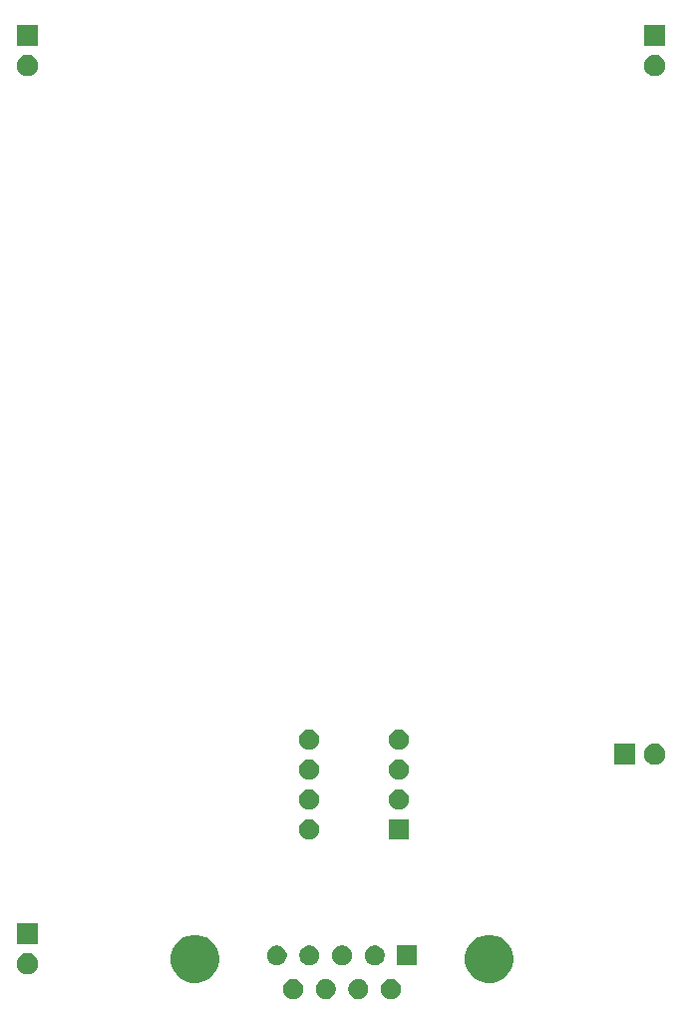
<source format=gbr>
G04 #@! TF.GenerationSoftware,KiCad,Pcbnew,5.1.5-52549c5~84~ubuntu18.04.1*
G04 #@! TF.CreationDate,2020-02-21T19:51:26+01:00*
G04 #@! TF.ProjectId,test,74657374-2e6b-4696-9361-645f70636258,rev?*
G04 #@! TF.SameCoordinates,Original*
G04 #@! TF.FileFunction,Soldermask,Bot*
G04 #@! TF.FilePolarity,Negative*
%FSLAX46Y46*%
G04 Gerber Fmt 4.6, Leading zero omitted, Abs format (unit mm)*
G04 Created by KiCad (PCBNEW 5.1.5-52549c5~84~ubuntu18.04.1) date 2020-02-21 19:51:26*
%MOMM*%
%LPD*%
G04 APERTURE LIST*
%ADD10C,0.100000*%
G04 APERTURE END LIST*
D10*
G36*
X87213228Y-142269283D02*
G01*
X87368100Y-142333433D01*
X87507481Y-142426565D01*
X87626015Y-142545099D01*
X87719147Y-142684480D01*
X87783297Y-142839352D01*
X87816000Y-143003764D01*
X87816000Y-143171396D01*
X87783297Y-143335808D01*
X87719147Y-143490680D01*
X87626015Y-143630061D01*
X87507481Y-143748595D01*
X87368100Y-143841727D01*
X87213228Y-143905877D01*
X87048816Y-143938580D01*
X86881184Y-143938580D01*
X86716772Y-143905877D01*
X86561900Y-143841727D01*
X86422519Y-143748595D01*
X86303985Y-143630061D01*
X86210853Y-143490680D01*
X86146703Y-143335808D01*
X86114000Y-143171396D01*
X86114000Y-143003764D01*
X86146703Y-142839352D01*
X86210853Y-142684480D01*
X86303985Y-142545099D01*
X86422519Y-142426565D01*
X86561900Y-142333433D01*
X86716772Y-142269283D01*
X86881184Y-142236580D01*
X87048816Y-142236580D01*
X87213228Y-142269283D01*
G37*
G36*
X78903228Y-142269283D02*
G01*
X79058100Y-142333433D01*
X79197481Y-142426565D01*
X79316015Y-142545099D01*
X79409147Y-142684480D01*
X79473297Y-142839352D01*
X79506000Y-143003764D01*
X79506000Y-143171396D01*
X79473297Y-143335808D01*
X79409147Y-143490680D01*
X79316015Y-143630061D01*
X79197481Y-143748595D01*
X79058100Y-143841727D01*
X78903228Y-143905877D01*
X78738816Y-143938580D01*
X78571184Y-143938580D01*
X78406772Y-143905877D01*
X78251900Y-143841727D01*
X78112519Y-143748595D01*
X77993985Y-143630061D01*
X77900853Y-143490680D01*
X77836703Y-143335808D01*
X77804000Y-143171396D01*
X77804000Y-143003764D01*
X77836703Y-142839352D01*
X77900853Y-142684480D01*
X77993985Y-142545099D01*
X78112519Y-142426565D01*
X78251900Y-142333433D01*
X78406772Y-142269283D01*
X78571184Y-142236580D01*
X78738816Y-142236580D01*
X78903228Y-142269283D01*
G37*
G36*
X81673228Y-142269283D02*
G01*
X81828100Y-142333433D01*
X81967481Y-142426565D01*
X82086015Y-142545099D01*
X82179147Y-142684480D01*
X82243297Y-142839352D01*
X82276000Y-143003764D01*
X82276000Y-143171396D01*
X82243297Y-143335808D01*
X82179147Y-143490680D01*
X82086015Y-143630061D01*
X81967481Y-143748595D01*
X81828100Y-143841727D01*
X81673228Y-143905877D01*
X81508816Y-143938580D01*
X81341184Y-143938580D01*
X81176772Y-143905877D01*
X81021900Y-143841727D01*
X80882519Y-143748595D01*
X80763985Y-143630061D01*
X80670853Y-143490680D01*
X80606703Y-143335808D01*
X80574000Y-143171396D01*
X80574000Y-143003764D01*
X80606703Y-142839352D01*
X80670853Y-142684480D01*
X80763985Y-142545099D01*
X80882519Y-142426565D01*
X81021900Y-142333433D01*
X81176772Y-142269283D01*
X81341184Y-142236580D01*
X81508816Y-142236580D01*
X81673228Y-142269283D01*
G37*
G36*
X84443228Y-142269283D02*
G01*
X84598100Y-142333433D01*
X84737481Y-142426565D01*
X84856015Y-142545099D01*
X84949147Y-142684480D01*
X85013297Y-142839352D01*
X85046000Y-143003764D01*
X85046000Y-143171396D01*
X85013297Y-143335808D01*
X84949147Y-143490680D01*
X84856015Y-143630061D01*
X84737481Y-143748595D01*
X84598100Y-143841727D01*
X84443228Y-143905877D01*
X84278816Y-143938580D01*
X84111184Y-143938580D01*
X83946772Y-143905877D01*
X83791900Y-143841727D01*
X83652519Y-143748595D01*
X83533985Y-143630061D01*
X83440853Y-143490680D01*
X83376703Y-143335808D01*
X83344000Y-143171396D01*
X83344000Y-143003764D01*
X83376703Y-142839352D01*
X83440853Y-142684480D01*
X83533985Y-142545099D01*
X83652519Y-142426565D01*
X83791900Y-142333433D01*
X83946772Y-142269283D01*
X84111184Y-142236580D01*
X84278816Y-142236580D01*
X84443228Y-142269283D01*
G37*
G36*
X70908254Y-138575398D02*
G01*
X71281511Y-138730006D01*
X71281513Y-138730007D01*
X71617436Y-138954464D01*
X71903116Y-139240144D01*
X72072359Y-139493433D01*
X72127574Y-139576069D01*
X72282182Y-139949326D01*
X72361000Y-140345573D01*
X72361000Y-140749587D01*
X72282182Y-141145834D01*
X72129536Y-141514354D01*
X72127573Y-141519093D01*
X71903116Y-141855016D01*
X71617436Y-142140696D01*
X71281513Y-142365153D01*
X71281512Y-142365154D01*
X71281511Y-142365154D01*
X70908254Y-142519762D01*
X70512007Y-142598580D01*
X70107993Y-142598580D01*
X69711746Y-142519762D01*
X69338489Y-142365154D01*
X69338488Y-142365154D01*
X69338487Y-142365153D01*
X69002564Y-142140696D01*
X68716884Y-141855016D01*
X68492427Y-141519093D01*
X68490464Y-141514354D01*
X68337818Y-141145834D01*
X68259000Y-140749587D01*
X68259000Y-140345573D01*
X68337818Y-139949326D01*
X68492426Y-139576069D01*
X68547642Y-139493433D01*
X68716884Y-139240144D01*
X69002564Y-138954464D01*
X69338487Y-138730007D01*
X69338489Y-138730006D01*
X69711746Y-138575398D01*
X70107993Y-138496580D01*
X70512007Y-138496580D01*
X70908254Y-138575398D01*
G37*
G36*
X95908254Y-138575398D02*
G01*
X96281511Y-138730006D01*
X96281513Y-138730007D01*
X96617436Y-138954464D01*
X96903116Y-139240144D01*
X97072359Y-139493433D01*
X97127574Y-139576069D01*
X97282182Y-139949326D01*
X97361000Y-140345573D01*
X97361000Y-140749587D01*
X97282182Y-141145834D01*
X97129536Y-141514354D01*
X97127573Y-141519093D01*
X96903116Y-141855016D01*
X96617436Y-142140696D01*
X96281513Y-142365153D01*
X96281512Y-142365154D01*
X96281511Y-142365154D01*
X95908254Y-142519762D01*
X95512007Y-142598580D01*
X95107993Y-142598580D01*
X94711746Y-142519762D01*
X94338489Y-142365154D01*
X94338488Y-142365154D01*
X94338487Y-142365153D01*
X94002564Y-142140696D01*
X93716884Y-141855016D01*
X93492427Y-141519093D01*
X93490464Y-141514354D01*
X93337818Y-141145834D01*
X93259000Y-140749587D01*
X93259000Y-140345573D01*
X93337818Y-139949326D01*
X93492426Y-139576069D01*
X93547642Y-139493433D01*
X93716884Y-139240144D01*
X94002564Y-138954464D01*
X94338487Y-138730007D01*
X94338489Y-138730006D01*
X94711746Y-138575398D01*
X95107993Y-138496580D01*
X95512007Y-138496580D01*
X95908254Y-138575398D01*
G37*
G36*
X56213512Y-140043927D02*
G01*
X56362812Y-140073624D01*
X56526784Y-140141544D01*
X56674354Y-140240147D01*
X56799853Y-140365646D01*
X56898456Y-140513216D01*
X56966376Y-140677188D01*
X57001000Y-140851259D01*
X57001000Y-141028741D01*
X56966376Y-141202812D01*
X56898456Y-141366784D01*
X56799853Y-141514354D01*
X56674354Y-141639853D01*
X56526784Y-141738456D01*
X56362812Y-141806376D01*
X56213512Y-141836073D01*
X56188742Y-141841000D01*
X56011258Y-141841000D01*
X55986488Y-141836073D01*
X55837188Y-141806376D01*
X55673216Y-141738456D01*
X55525646Y-141639853D01*
X55400147Y-141514354D01*
X55301544Y-141366784D01*
X55233624Y-141202812D01*
X55199000Y-141028741D01*
X55199000Y-140851259D01*
X55233624Y-140677188D01*
X55301544Y-140513216D01*
X55400147Y-140365646D01*
X55525646Y-140240147D01*
X55673216Y-140141544D01*
X55837188Y-140073624D01*
X55986488Y-140043927D01*
X56011258Y-140039000D01*
X56188742Y-140039000D01*
X56213512Y-140043927D01*
G37*
G36*
X89201000Y-141098580D02*
G01*
X87499000Y-141098580D01*
X87499000Y-139396580D01*
X89201000Y-139396580D01*
X89201000Y-141098580D01*
G37*
G36*
X77518228Y-139429283D02*
G01*
X77673100Y-139493433D01*
X77812481Y-139586565D01*
X77931015Y-139705099D01*
X78024147Y-139844480D01*
X78088297Y-139999352D01*
X78121000Y-140163764D01*
X78121000Y-140331396D01*
X78088297Y-140495808D01*
X78024147Y-140650680D01*
X77931015Y-140790061D01*
X77812481Y-140908595D01*
X77673100Y-141001727D01*
X77518228Y-141065877D01*
X77353816Y-141098580D01*
X77186184Y-141098580D01*
X77021772Y-141065877D01*
X76866900Y-141001727D01*
X76727519Y-140908595D01*
X76608985Y-140790061D01*
X76515853Y-140650680D01*
X76451703Y-140495808D01*
X76419000Y-140331396D01*
X76419000Y-140163764D01*
X76451703Y-139999352D01*
X76515853Y-139844480D01*
X76608985Y-139705099D01*
X76727519Y-139586565D01*
X76866900Y-139493433D01*
X77021772Y-139429283D01*
X77186184Y-139396580D01*
X77353816Y-139396580D01*
X77518228Y-139429283D01*
G37*
G36*
X80288228Y-139429283D02*
G01*
X80443100Y-139493433D01*
X80582481Y-139586565D01*
X80701015Y-139705099D01*
X80794147Y-139844480D01*
X80858297Y-139999352D01*
X80891000Y-140163764D01*
X80891000Y-140331396D01*
X80858297Y-140495808D01*
X80794147Y-140650680D01*
X80701015Y-140790061D01*
X80582481Y-140908595D01*
X80443100Y-141001727D01*
X80288228Y-141065877D01*
X80123816Y-141098580D01*
X79956184Y-141098580D01*
X79791772Y-141065877D01*
X79636900Y-141001727D01*
X79497519Y-140908595D01*
X79378985Y-140790061D01*
X79285853Y-140650680D01*
X79221703Y-140495808D01*
X79189000Y-140331396D01*
X79189000Y-140163764D01*
X79221703Y-139999352D01*
X79285853Y-139844480D01*
X79378985Y-139705099D01*
X79497519Y-139586565D01*
X79636900Y-139493433D01*
X79791772Y-139429283D01*
X79956184Y-139396580D01*
X80123816Y-139396580D01*
X80288228Y-139429283D01*
G37*
G36*
X83058228Y-139429283D02*
G01*
X83213100Y-139493433D01*
X83352481Y-139586565D01*
X83471015Y-139705099D01*
X83564147Y-139844480D01*
X83628297Y-139999352D01*
X83661000Y-140163764D01*
X83661000Y-140331396D01*
X83628297Y-140495808D01*
X83564147Y-140650680D01*
X83471015Y-140790061D01*
X83352481Y-140908595D01*
X83213100Y-141001727D01*
X83058228Y-141065877D01*
X82893816Y-141098580D01*
X82726184Y-141098580D01*
X82561772Y-141065877D01*
X82406900Y-141001727D01*
X82267519Y-140908595D01*
X82148985Y-140790061D01*
X82055853Y-140650680D01*
X81991703Y-140495808D01*
X81959000Y-140331396D01*
X81959000Y-140163764D01*
X81991703Y-139999352D01*
X82055853Y-139844480D01*
X82148985Y-139705099D01*
X82267519Y-139586565D01*
X82406900Y-139493433D01*
X82561772Y-139429283D01*
X82726184Y-139396580D01*
X82893816Y-139396580D01*
X83058228Y-139429283D01*
G37*
G36*
X85828228Y-139429283D02*
G01*
X85983100Y-139493433D01*
X86122481Y-139586565D01*
X86241015Y-139705099D01*
X86334147Y-139844480D01*
X86398297Y-139999352D01*
X86431000Y-140163764D01*
X86431000Y-140331396D01*
X86398297Y-140495808D01*
X86334147Y-140650680D01*
X86241015Y-140790061D01*
X86122481Y-140908595D01*
X85983100Y-141001727D01*
X85828228Y-141065877D01*
X85663816Y-141098580D01*
X85496184Y-141098580D01*
X85331772Y-141065877D01*
X85176900Y-141001727D01*
X85037519Y-140908595D01*
X84918985Y-140790061D01*
X84825853Y-140650680D01*
X84761703Y-140495808D01*
X84729000Y-140331396D01*
X84729000Y-140163764D01*
X84761703Y-139999352D01*
X84825853Y-139844480D01*
X84918985Y-139705099D01*
X85037519Y-139586565D01*
X85176900Y-139493433D01*
X85331772Y-139429283D01*
X85496184Y-139396580D01*
X85663816Y-139396580D01*
X85828228Y-139429283D01*
G37*
G36*
X57001000Y-139301000D02*
G01*
X55199000Y-139301000D01*
X55199000Y-137499000D01*
X57001000Y-137499000D01*
X57001000Y-139301000D01*
G37*
G36*
X88481000Y-130391000D02*
G01*
X86779000Y-130391000D01*
X86779000Y-128689000D01*
X88481000Y-128689000D01*
X88481000Y-130391000D01*
G37*
G36*
X80258228Y-128721703D02*
G01*
X80413100Y-128785853D01*
X80552481Y-128878985D01*
X80671015Y-128997519D01*
X80764147Y-129136900D01*
X80828297Y-129291772D01*
X80861000Y-129456184D01*
X80861000Y-129623816D01*
X80828297Y-129788228D01*
X80764147Y-129943100D01*
X80671015Y-130082481D01*
X80552481Y-130201015D01*
X80413100Y-130294147D01*
X80258228Y-130358297D01*
X80093816Y-130391000D01*
X79926184Y-130391000D01*
X79761772Y-130358297D01*
X79606900Y-130294147D01*
X79467519Y-130201015D01*
X79348985Y-130082481D01*
X79255853Y-129943100D01*
X79191703Y-129788228D01*
X79159000Y-129623816D01*
X79159000Y-129456184D01*
X79191703Y-129291772D01*
X79255853Y-129136900D01*
X79348985Y-128997519D01*
X79467519Y-128878985D01*
X79606900Y-128785853D01*
X79761772Y-128721703D01*
X79926184Y-128689000D01*
X80093816Y-128689000D01*
X80258228Y-128721703D01*
G37*
G36*
X80258228Y-126181703D02*
G01*
X80413100Y-126245853D01*
X80552481Y-126338985D01*
X80671015Y-126457519D01*
X80764147Y-126596900D01*
X80828297Y-126751772D01*
X80861000Y-126916184D01*
X80861000Y-127083816D01*
X80828297Y-127248228D01*
X80764147Y-127403100D01*
X80671015Y-127542481D01*
X80552481Y-127661015D01*
X80413100Y-127754147D01*
X80258228Y-127818297D01*
X80093816Y-127851000D01*
X79926184Y-127851000D01*
X79761772Y-127818297D01*
X79606900Y-127754147D01*
X79467519Y-127661015D01*
X79348985Y-127542481D01*
X79255853Y-127403100D01*
X79191703Y-127248228D01*
X79159000Y-127083816D01*
X79159000Y-126916184D01*
X79191703Y-126751772D01*
X79255853Y-126596900D01*
X79348985Y-126457519D01*
X79467519Y-126338985D01*
X79606900Y-126245853D01*
X79761772Y-126181703D01*
X79926184Y-126149000D01*
X80093816Y-126149000D01*
X80258228Y-126181703D01*
G37*
G36*
X87878228Y-126181703D02*
G01*
X88033100Y-126245853D01*
X88172481Y-126338985D01*
X88291015Y-126457519D01*
X88384147Y-126596900D01*
X88448297Y-126751772D01*
X88481000Y-126916184D01*
X88481000Y-127083816D01*
X88448297Y-127248228D01*
X88384147Y-127403100D01*
X88291015Y-127542481D01*
X88172481Y-127661015D01*
X88033100Y-127754147D01*
X87878228Y-127818297D01*
X87713816Y-127851000D01*
X87546184Y-127851000D01*
X87381772Y-127818297D01*
X87226900Y-127754147D01*
X87087519Y-127661015D01*
X86968985Y-127542481D01*
X86875853Y-127403100D01*
X86811703Y-127248228D01*
X86779000Y-127083816D01*
X86779000Y-126916184D01*
X86811703Y-126751772D01*
X86875853Y-126596900D01*
X86968985Y-126457519D01*
X87087519Y-126338985D01*
X87226900Y-126245853D01*
X87381772Y-126181703D01*
X87546184Y-126149000D01*
X87713816Y-126149000D01*
X87878228Y-126181703D01*
G37*
G36*
X87878228Y-123641703D02*
G01*
X88033100Y-123705853D01*
X88172481Y-123798985D01*
X88291015Y-123917519D01*
X88384147Y-124056900D01*
X88448297Y-124211772D01*
X88481000Y-124376184D01*
X88481000Y-124543816D01*
X88448297Y-124708228D01*
X88384147Y-124863100D01*
X88291015Y-125002481D01*
X88172481Y-125121015D01*
X88033100Y-125214147D01*
X87878228Y-125278297D01*
X87713816Y-125311000D01*
X87546184Y-125311000D01*
X87381772Y-125278297D01*
X87226900Y-125214147D01*
X87087519Y-125121015D01*
X86968985Y-125002481D01*
X86875853Y-124863100D01*
X86811703Y-124708228D01*
X86779000Y-124543816D01*
X86779000Y-124376184D01*
X86811703Y-124211772D01*
X86875853Y-124056900D01*
X86968985Y-123917519D01*
X87087519Y-123798985D01*
X87226900Y-123705853D01*
X87381772Y-123641703D01*
X87546184Y-123609000D01*
X87713816Y-123609000D01*
X87878228Y-123641703D01*
G37*
G36*
X80258228Y-123641703D02*
G01*
X80413100Y-123705853D01*
X80552481Y-123798985D01*
X80671015Y-123917519D01*
X80764147Y-124056900D01*
X80828297Y-124211772D01*
X80861000Y-124376184D01*
X80861000Y-124543816D01*
X80828297Y-124708228D01*
X80764147Y-124863100D01*
X80671015Y-125002481D01*
X80552481Y-125121015D01*
X80413100Y-125214147D01*
X80258228Y-125278297D01*
X80093816Y-125311000D01*
X79926184Y-125311000D01*
X79761772Y-125278297D01*
X79606900Y-125214147D01*
X79467519Y-125121015D01*
X79348985Y-125002481D01*
X79255853Y-124863100D01*
X79191703Y-124708228D01*
X79159000Y-124543816D01*
X79159000Y-124376184D01*
X79191703Y-124211772D01*
X79255853Y-124056900D01*
X79348985Y-123917519D01*
X79467519Y-123798985D01*
X79606900Y-123705853D01*
X79761772Y-123641703D01*
X79926184Y-123609000D01*
X80093816Y-123609000D01*
X80258228Y-123641703D01*
G37*
G36*
X107721000Y-124061000D02*
G01*
X105919000Y-124061000D01*
X105919000Y-122259000D01*
X107721000Y-122259000D01*
X107721000Y-124061000D01*
G37*
G36*
X109473512Y-122263927D02*
G01*
X109622812Y-122293624D01*
X109786784Y-122361544D01*
X109934354Y-122460147D01*
X110059853Y-122585646D01*
X110158456Y-122733216D01*
X110226376Y-122897188D01*
X110261000Y-123071259D01*
X110261000Y-123248741D01*
X110226376Y-123422812D01*
X110158456Y-123586784D01*
X110059853Y-123734354D01*
X109934354Y-123859853D01*
X109786784Y-123958456D01*
X109622812Y-124026376D01*
X109473512Y-124056073D01*
X109448742Y-124061000D01*
X109271258Y-124061000D01*
X109246488Y-124056073D01*
X109097188Y-124026376D01*
X108933216Y-123958456D01*
X108785646Y-123859853D01*
X108660147Y-123734354D01*
X108561544Y-123586784D01*
X108493624Y-123422812D01*
X108459000Y-123248741D01*
X108459000Y-123071259D01*
X108493624Y-122897188D01*
X108561544Y-122733216D01*
X108660147Y-122585646D01*
X108785646Y-122460147D01*
X108933216Y-122361544D01*
X109097188Y-122293624D01*
X109246488Y-122263927D01*
X109271258Y-122259000D01*
X109448742Y-122259000D01*
X109473512Y-122263927D01*
G37*
G36*
X87878228Y-121101703D02*
G01*
X88033100Y-121165853D01*
X88172481Y-121258985D01*
X88291015Y-121377519D01*
X88384147Y-121516900D01*
X88448297Y-121671772D01*
X88481000Y-121836184D01*
X88481000Y-122003816D01*
X88448297Y-122168228D01*
X88384147Y-122323100D01*
X88291015Y-122462481D01*
X88172481Y-122581015D01*
X88033100Y-122674147D01*
X87878228Y-122738297D01*
X87713816Y-122771000D01*
X87546184Y-122771000D01*
X87381772Y-122738297D01*
X87226900Y-122674147D01*
X87087519Y-122581015D01*
X86968985Y-122462481D01*
X86875853Y-122323100D01*
X86811703Y-122168228D01*
X86779000Y-122003816D01*
X86779000Y-121836184D01*
X86811703Y-121671772D01*
X86875853Y-121516900D01*
X86968985Y-121377519D01*
X87087519Y-121258985D01*
X87226900Y-121165853D01*
X87381772Y-121101703D01*
X87546184Y-121069000D01*
X87713816Y-121069000D01*
X87878228Y-121101703D01*
G37*
G36*
X80258228Y-121101703D02*
G01*
X80413100Y-121165853D01*
X80552481Y-121258985D01*
X80671015Y-121377519D01*
X80764147Y-121516900D01*
X80828297Y-121671772D01*
X80861000Y-121836184D01*
X80861000Y-122003816D01*
X80828297Y-122168228D01*
X80764147Y-122323100D01*
X80671015Y-122462481D01*
X80552481Y-122581015D01*
X80413100Y-122674147D01*
X80258228Y-122738297D01*
X80093816Y-122771000D01*
X79926184Y-122771000D01*
X79761772Y-122738297D01*
X79606900Y-122674147D01*
X79467519Y-122581015D01*
X79348985Y-122462481D01*
X79255853Y-122323100D01*
X79191703Y-122168228D01*
X79159000Y-122003816D01*
X79159000Y-121836184D01*
X79191703Y-121671772D01*
X79255853Y-121516900D01*
X79348985Y-121377519D01*
X79467519Y-121258985D01*
X79606900Y-121165853D01*
X79761772Y-121101703D01*
X79926184Y-121069000D01*
X80093816Y-121069000D01*
X80258228Y-121101703D01*
G37*
G36*
X109473512Y-63843927D02*
G01*
X109622812Y-63873624D01*
X109786784Y-63941544D01*
X109934354Y-64040147D01*
X110059853Y-64165646D01*
X110158456Y-64313216D01*
X110226376Y-64477188D01*
X110261000Y-64651259D01*
X110261000Y-64828741D01*
X110226376Y-65002812D01*
X110158456Y-65166784D01*
X110059853Y-65314354D01*
X109934354Y-65439853D01*
X109786784Y-65538456D01*
X109622812Y-65606376D01*
X109473512Y-65636073D01*
X109448742Y-65641000D01*
X109271258Y-65641000D01*
X109246488Y-65636073D01*
X109097188Y-65606376D01*
X108933216Y-65538456D01*
X108785646Y-65439853D01*
X108660147Y-65314354D01*
X108561544Y-65166784D01*
X108493624Y-65002812D01*
X108459000Y-64828741D01*
X108459000Y-64651259D01*
X108493624Y-64477188D01*
X108561544Y-64313216D01*
X108660147Y-64165646D01*
X108785646Y-64040147D01*
X108933216Y-63941544D01*
X109097188Y-63873624D01*
X109246488Y-63843927D01*
X109271258Y-63839000D01*
X109448742Y-63839000D01*
X109473512Y-63843927D01*
G37*
G36*
X56213512Y-63843927D02*
G01*
X56362812Y-63873624D01*
X56526784Y-63941544D01*
X56674354Y-64040147D01*
X56799853Y-64165646D01*
X56898456Y-64313216D01*
X56966376Y-64477188D01*
X57001000Y-64651259D01*
X57001000Y-64828741D01*
X56966376Y-65002812D01*
X56898456Y-65166784D01*
X56799853Y-65314354D01*
X56674354Y-65439853D01*
X56526784Y-65538456D01*
X56362812Y-65606376D01*
X56213512Y-65636073D01*
X56188742Y-65641000D01*
X56011258Y-65641000D01*
X55986488Y-65636073D01*
X55837188Y-65606376D01*
X55673216Y-65538456D01*
X55525646Y-65439853D01*
X55400147Y-65314354D01*
X55301544Y-65166784D01*
X55233624Y-65002812D01*
X55199000Y-64828741D01*
X55199000Y-64651259D01*
X55233624Y-64477188D01*
X55301544Y-64313216D01*
X55400147Y-64165646D01*
X55525646Y-64040147D01*
X55673216Y-63941544D01*
X55837188Y-63873624D01*
X55986488Y-63843927D01*
X56011258Y-63839000D01*
X56188742Y-63839000D01*
X56213512Y-63843927D01*
G37*
G36*
X57001000Y-63101000D02*
G01*
X55199000Y-63101000D01*
X55199000Y-61299000D01*
X57001000Y-61299000D01*
X57001000Y-63101000D01*
G37*
G36*
X110261000Y-63101000D02*
G01*
X108459000Y-63101000D01*
X108459000Y-61299000D01*
X110261000Y-61299000D01*
X110261000Y-63101000D01*
G37*
M02*

</source>
